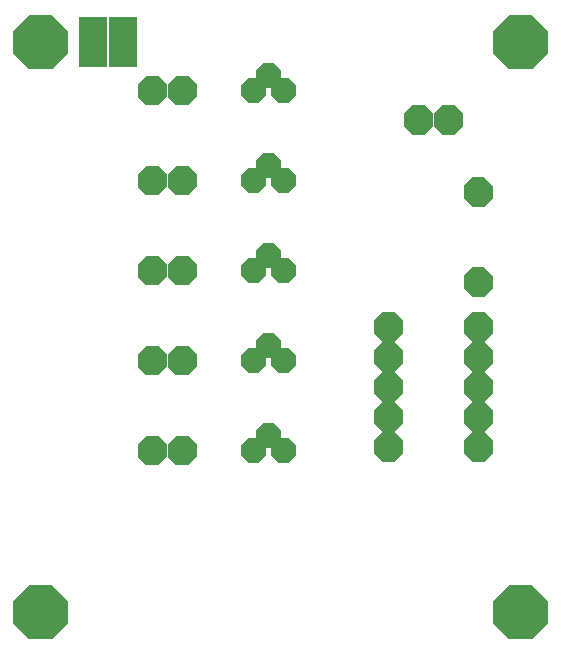
<source format=gbr>
%FSLAX34Y34*%
%MOMM*%
%LNSOLDERMASK_BOTTOM*%
G71*
G01*
%LPD*%
G36*
X218901Y563462D02*
X211589Y556150D01*
X201213Y556150D01*
X193901Y563462D01*
X193901Y573838D01*
X201213Y581150D01*
X211589Y581150D01*
X218901Y573838D01*
X218901Y563462D01*
G37*
G36*
X193502Y563462D02*
X186190Y556150D01*
X175814Y556150D01*
X168502Y563462D01*
X168502Y573838D01*
X175814Y581150D01*
X186190Y581150D01*
X193502Y573838D01*
X193502Y563462D01*
G37*
G36*
X368500Y678288D02*
X375812Y685600D01*
X386188Y685600D01*
X393500Y678288D01*
X393500Y667912D01*
X386188Y660600D01*
X375812Y660600D01*
X368500Y667912D01*
X368500Y678288D01*
G37*
G36*
X444700Y678288D02*
X452012Y685600D01*
X462388Y685600D01*
X469700Y678288D01*
X469700Y667912D01*
X462388Y660600D01*
X452012Y660600D01*
X444700Y667912D01*
X444700Y678288D01*
G37*
G36*
X462239Y800072D02*
X469551Y792760D01*
X469551Y782384D01*
X462239Y775072D01*
X451863Y775072D01*
X444551Y782384D01*
X444551Y792760D01*
X451863Y800072D01*
X462239Y800072D01*
G37*
G36*
X462239Y723872D02*
X469551Y716560D01*
X469551Y706184D01*
X462239Y698872D01*
X451863Y698872D01*
X444551Y706184D01*
X444551Y716560D01*
X451863Y723872D01*
X462239Y723872D01*
G37*
G36*
X368500Y652888D02*
X375812Y660200D01*
X386188Y660200D01*
X393500Y652888D01*
X393500Y642512D01*
X386188Y635200D01*
X375812Y635200D01*
X368500Y642512D01*
X368500Y652888D01*
G37*
G36*
X444700Y652888D02*
X452012Y660200D01*
X462388Y660200D01*
X469700Y652888D01*
X469700Y642512D01*
X462388Y635200D01*
X452012Y635200D01*
X444700Y642512D01*
X444700Y652888D01*
G37*
G36*
X368500Y627488D02*
X375812Y634800D01*
X386188Y634800D01*
X393500Y627488D01*
X393500Y617112D01*
X386188Y609800D01*
X375812Y609800D01*
X368500Y617112D01*
X368500Y627488D01*
G37*
G36*
X444700Y627488D02*
X452012Y634800D01*
X462388Y634800D01*
X469700Y627488D01*
X469700Y617112D01*
X462388Y609800D01*
X452012Y609800D01*
X444700Y617112D01*
X444700Y627488D01*
G37*
G36*
X368500Y602088D02*
X375812Y609400D01*
X386188Y609400D01*
X393500Y602088D01*
X393500Y591712D01*
X386188Y584400D01*
X375812Y584400D01*
X368500Y591712D01*
X368500Y602088D01*
G37*
G36*
X444700Y602088D02*
X452012Y609400D01*
X462388Y609400D01*
X469700Y602088D01*
X469700Y591712D01*
X462388Y584400D01*
X452012Y584400D01*
X444700Y591712D01*
X444700Y602088D01*
G37*
G36*
X368500Y576688D02*
X375812Y584000D01*
X386188Y584000D01*
X393500Y576688D01*
X393500Y566312D01*
X386188Y559000D01*
X375812Y559000D01*
X368500Y566312D01*
X368500Y576688D01*
G37*
G36*
X444700Y576688D02*
X452012Y584000D01*
X462388Y584000D01*
X469700Y576688D01*
X469700Y566312D01*
X462388Y559000D01*
X452012Y559000D01*
X444700Y566312D01*
X444700Y576688D01*
G37*
G36*
X393900Y853548D02*
X401212Y860860D01*
X411588Y860860D01*
X418900Y853548D01*
X418900Y843172D01*
X411588Y835860D01*
X401212Y835860D01*
X393900Y843172D01*
X393900Y853548D01*
G37*
G36*
X419300Y853548D02*
X426612Y860860D01*
X436988Y860860D01*
X444300Y853548D01*
X444300Y843172D01*
X436988Y835860D01*
X426612Y835860D01*
X419300Y843172D01*
X419300Y853548D01*
G37*
G36*
X256200Y573318D02*
X262342Y579460D01*
X271058Y579460D01*
X277200Y573318D01*
X277200Y564602D01*
X271058Y558460D01*
X262342Y558460D01*
X256200Y564602D01*
X256200Y573318D01*
G37*
G36*
X268900Y586018D02*
X275042Y592160D01*
X283758Y592160D01*
X289900Y586018D01*
X289900Y577302D01*
X283758Y571160D01*
X275042Y571160D01*
X268900Y577302D01*
X268900Y586018D01*
G37*
G36*
X281600Y573318D02*
X287742Y579460D01*
X296458Y579460D01*
X302600Y573318D01*
X302600Y564602D01*
X296458Y558460D01*
X287742Y558460D01*
X281600Y564602D01*
X281600Y573318D01*
G37*
G36*
X218901Y639662D02*
X211589Y632350D01*
X201213Y632350D01*
X193901Y639662D01*
X193901Y650038D01*
X201213Y657350D01*
X211589Y657350D01*
X218901Y650038D01*
X218901Y639662D01*
G37*
G36*
X193502Y639662D02*
X186190Y632350D01*
X175814Y632350D01*
X168502Y639662D01*
X168502Y650038D01*
X175814Y657350D01*
X186190Y657350D01*
X193502Y650038D01*
X193502Y639662D01*
G37*
G36*
X256200Y649518D02*
X262342Y655660D01*
X271058Y655660D01*
X277200Y649518D01*
X277200Y640802D01*
X271058Y634660D01*
X262342Y634660D01*
X256200Y640802D01*
X256200Y649518D01*
G37*
G36*
X268900Y662218D02*
X275042Y668360D01*
X283758Y668360D01*
X289900Y662218D01*
X289900Y653502D01*
X283758Y647360D01*
X275042Y647360D01*
X268900Y653502D01*
X268900Y662218D01*
G37*
G36*
X281600Y649518D02*
X287742Y655660D01*
X296458Y655660D01*
X302600Y649518D01*
X302600Y640802D01*
X296458Y634660D01*
X287742Y634660D01*
X281600Y640802D01*
X281600Y649518D01*
G37*
G36*
X218901Y715862D02*
X211589Y708550D01*
X201213Y708550D01*
X193901Y715862D01*
X193901Y726238D01*
X201213Y733550D01*
X211589Y733550D01*
X218901Y726238D01*
X218901Y715862D01*
G37*
G36*
X193502Y715862D02*
X186190Y708550D01*
X175814Y708550D01*
X168502Y715862D01*
X168502Y726238D01*
X175814Y733550D01*
X186190Y733550D01*
X193502Y726238D01*
X193502Y715862D01*
G37*
G36*
X256200Y725718D02*
X262342Y731860D01*
X271058Y731860D01*
X277200Y725718D01*
X277200Y717002D01*
X271058Y710860D01*
X262342Y710860D01*
X256200Y717002D01*
X256200Y725718D01*
G37*
G36*
X268900Y738418D02*
X275042Y744560D01*
X283758Y744560D01*
X289900Y738418D01*
X289900Y729702D01*
X283758Y723560D01*
X275042Y723560D01*
X268900Y729702D01*
X268900Y738418D01*
G37*
G36*
X281600Y725718D02*
X287742Y731860D01*
X296458Y731860D01*
X302600Y725718D01*
X302600Y717002D01*
X296458Y710860D01*
X287742Y710860D01*
X281600Y717002D01*
X281600Y725718D01*
G37*
G36*
X218901Y792062D02*
X211589Y784750D01*
X201213Y784750D01*
X193901Y792062D01*
X193901Y802438D01*
X201213Y809750D01*
X211589Y809750D01*
X218901Y802438D01*
X218901Y792062D01*
G37*
G36*
X193502Y792062D02*
X186190Y784750D01*
X175814Y784750D01*
X168502Y792062D01*
X168502Y802438D01*
X175814Y809750D01*
X186190Y809750D01*
X193502Y802438D01*
X193502Y792062D01*
G37*
G36*
X256200Y801918D02*
X262342Y808060D01*
X271058Y808060D01*
X277200Y801918D01*
X277200Y793202D01*
X271058Y787060D01*
X262342Y787060D01*
X256200Y793202D01*
X256200Y801918D01*
G37*
G36*
X268900Y814618D02*
X275042Y820760D01*
X283758Y820760D01*
X289900Y814618D01*
X289900Y805902D01*
X283758Y799760D01*
X275042Y799760D01*
X268900Y805902D01*
X268900Y814618D01*
G37*
G36*
X281600Y801918D02*
X287742Y808060D01*
X296458Y808060D01*
X302600Y801918D01*
X302600Y793202D01*
X296458Y787060D01*
X287742Y787060D01*
X281600Y793202D01*
X281600Y801918D01*
G37*
G36*
X218901Y868262D02*
X211589Y860950D01*
X201213Y860950D01*
X193901Y868262D01*
X193901Y878638D01*
X201213Y885950D01*
X211589Y885950D01*
X218901Y878638D01*
X218901Y868262D01*
G37*
G36*
X193502Y868262D02*
X186190Y860950D01*
X175814Y860950D01*
X168502Y868262D01*
X168502Y878638D01*
X175814Y885950D01*
X186190Y885950D01*
X193502Y878638D01*
X193502Y868262D01*
G37*
G36*
X256200Y878118D02*
X262342Y884260D01*
X271058Y884260D01*
X277200Y878118D01*
X277200Y869402D01*
X271058Y863260D01*
X262342Y863260D01*
X256200Y869402D01*
X256200Y878118D01*
G37*
G36*
X268900Y890818D02*
X275042Y896960D01*
X283758Y896960D01*
X289900Y890818D01*
X289900Y882102D01*
X283758Y875960D01*
X275042Y875960D01*
X268900Y882102D01*
X268900Y890818D01*
G37*
G36*
X281600Y878118D02*
X287742Y884260D01*
X296458Y884260D01*
X302600Y878118D01*
X302600Y869402D01*
X296458Y863260D01*
X287742Y863260D01*
X281600Y869402D01*
X281600Y878118D01*
G37*
G36*
X63360Y923945D02*
X76815Y937400D01*
X95905Y937400D01*
X109360Y923945D01*
X109360Y904855D01*
X95905Y891400D01*
X76815Y891400D01*
X63360Y904855D01*
X63360Y923945D01*
G37*
G36*
X469760Y923945D02*
X483215Y937400D01*
X502305Y937400D01*
X515760Y923945D01*
X515760Y904855D01*
X502305Y891400D01*
X483215Y891400D01*
X469760Y904855D01*
X469760Y923945D01*
G37*
G36*
X63360Y441345D02*
X76815Y454800D01*
X95905Y454800D01*
X109360Y441345D01*
X109360Y422255D01*
X95905Y408800D01*
X76815Y408800D01*
X63360Y422255D01*
X63360Y441345D01*
G37*
G36*
X469760Y441345D02*
X483215Y454800D01*
X502305Y454800D01*
X515760Y441345D01*
X515760Y422255D01*
X502305Y408800D01*
X483215Y408800D01*
X469760Y422255D01*
X469760Y441345D01*
G37*
G36*
X142810Y935400D02*
X142810Y893400D01*
X118810Y893400D01*
X118810Y935400D01*
X142810Y935400D01*
G37*
G36*
X168210Y935400D02*
X168210Y893400D01*
X144210Y893400D01*
X144210Y935400D01*
X168210Y935400D01*
G37*
M02*

</source>
